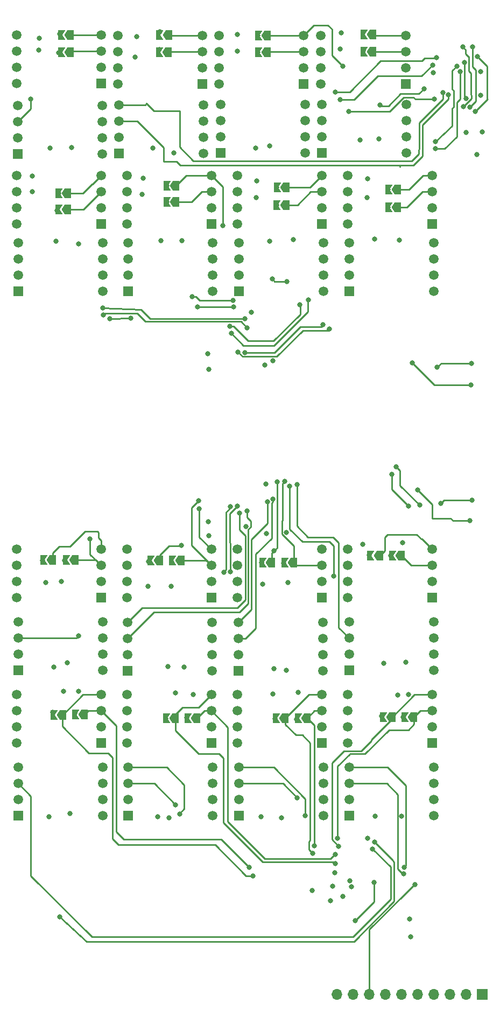
<source format=gbr>
%TF.GenerationSoftware,KiCad,Pcbnew,7.0.1*%
%TF.CreationDate,2024-07-12T18:32:01-07:00*%
%TF.ProjectId,air_foil_pcb,6169725f-666f-4696-9c5f-7063622e6b69,rev?*%
%TF.SameCoordinates,Original*%
%TF.FileFunction,Copper,L4,Bot*%
%TF.FilePolarity,Positive*%
%FSLAX46Y46*%
G04 Gerber Fmt 4.6, Leading zero omitted, Abs format (unit mm)*
G04 Created by KiCad (PCBNEW 7.0.1) date 2024-07-12 18:32:01*
%MOMM*%
%LPD*%
G01*
G04 APERTURE LIST*
G04 Aperture macros list*
%AMFreePoly0*
4,1,6,1.000000,0.000000,0.500000,-0.750000,-0.500000,-0.750000,-0.500000,0.750000,0.500000,0.750000,1.000000,0.000000,1.000000,0.000000,$1*%
%AMFreePoly1*
4,1,6,0.500000,-0.750000,-0.650000,-0.750000,-0.150000,0.000000,-0.650000,0.750000,0.500000,0.750000,0.500000,-0.750000,0.500000,-0.750000,$1*%
G04 Aperture macros list end*
%TA.AperFunction,ComponentPad*%
%ADD10R,1.500000X1.500000*%
%TD*%
%TA.AperFunction,ComponentPad*%
%ADD11C,1.500000*%
%TD*%
%TA.AperFunction,SMDPad,CuDef*%
%ADD12FreePoly0,180.000000*%
%TD*%
%TA.AperFunction,SMDPad,CuDef*%
%ADD13FreePoly1,180.000000*%
%TD*%
%TA.AperFunction,ComponentPad*%
%ADD14O,1.700000X1.700000*%
%TD*%
%TA.AperFunction,ComponentPad*%
%ADD15R,1.700000X1.700000*%
%TD*%
%TA.AperFunction,ViaPad*%
%ADD16C,0.800000*%
%TD*%
%TA.AperFunction,Conductor*%
%ADD17C,0.250000*%
%TD*%
G04 APERTURE END LIST*
D10*
%TO.P,U36,1,GND*%
%TO.N,GND*%
X83328600Y-42709600D03*
D11*
%TO.P,U36,2,VIN*%
%TO.N,+3V3*%
X83328600Y-40169600D03*
%TO.P,U36,3,SDA*%
%TO.N,/D34*%
X83328600Y-37629600D03*
%TO.P,U36,4,SCL*%
%TO.N,/C34*%
X83328600Y-35089600D03*
%TO.P,U36,5,NC*%
%TO.N,unconnected-(U36-NC-Pad5)*%
X70028600Y-35089600D03*
%TO.P,U36,6,NC*%
%TO.N,unconnected-(U36-NC-Pad6)*%
X70028600Y-37629600D03*
%TO.P,U36,7,NC*%
%TO.N,unconnected-(U36-NC-Pad7)*%
X70028600Y-40169600D03*
%TO.P,U36,8,NC*%
%TO.N,unconnected-(U36-NC-Pad8)*%
X70028600Y-42709600D03*
%TD*%
D10*
%TO.P,U35,1,GND*%
%TO.N,GND*%
X35449600Y-42633400D03*
D11*
%TO.P,U35,2,VIN*%
%TO.N,+3V3*%
X35449600Y-40093400D03*
%TO.P,U35,3,SDA*%
%TO.N,/D37*%
X35449600Y-37553400D03*
%TO.P,U35,4,SCL*%
%TO.N,/C37*%
X35449600Y-35013400D03*
%TO.P,U35,5,NC*%
%TO.N,unconnected-(U35-NC-Pad5)*%
X22149600Y-35013400D03*
%TO.P,U35,6,NC*%
%TO.N,unconnected-(U35-NC-Pad6)*%
X22149600Y-37553400D03*
%TO.P,U35,7,NC*%
%TO.N,unconnected-(U35-NC-Pad7)*%
X22149600Y-40093400D03*
%TO.P,U35,8,NC*%
%TO.N,unconnected-(U35-NC-Pad8)*%
X22149600Y-42633400D03*
%TD*%
%TO.P,U34,8,NC*%
%TO.N,unconnected-(U34-NC-Pad8)*%
X38075400Y-42645600D03*
%TO.P,U34,7,NC*%
%TO.N,unconnected-(U34-NC-Pad7)*%
X38075400Y-40105600D03*
%TO.P,U34,6,NC*%
%TO.N,unconnected-(U34-NC-Pad6)*%
X38075400Y-37565600D03*
%TO.P,U34,5,NC*%
%TO.N,unconnected-(U34-NC-Pad5)*%
X38075400Y-35025600D03*
%TO.P,U34,4,SCL*%
%TO.N,/C36*%
X51375400Y-35025600D03*
%TO.P,U34,3,SDA*%
%TO.N,/D36*%
X51375400Y-37565600D03*
%TO.P,U34,2,VIN*%
%TO.N,+3V3*%
X51375400Y-40105600D03*
D10*
%TO.P,U34,1,GND*%
%TO.N,GND*%
X51375400Y-42645600D03*
%TD*%
%TO.P,U33,1,GND*%
%TO.N,GND*%
X67302000Y-42645600D03*
D11*
%TO.P,U33,2,VIN*%
%TO.N,+3V3*%
X67302000Y-40105600D03*
%TO.P,U33,3,SDA*%
%TO.N,/D35*%
X67302000Y-37565600D03*
%TO.P,U33,4,SCL*%
%TO.N,/C35*%
X67302000Y-35025600D03*
%TO.P,U33,5,NC*%
%TO.N,unconnected-(U33-NC-Pad5)*%
X54002000Y-35025600D03*
%TO.P,U33,6,NC*%
%TO.N,unconnected-(U33-NC-Pad6)*%
X54002000Y-37565600D03*
%TO.P,U33,7,NC*%
%TO.N,unconnected-(U33-NC-Pad7)*%
X54002000Y-40105600D03*
%TO.P,U33,8,NC*%
%TO.N,unconnected-(U33-NC-Pad8)*%
X54002000Y-42645600D03*
%TD*%
D10*
%TO.P,U31,1,GND*%
%TO.N,GND*%
X38236600Y-53603350D03*
D11*
%TO.P,U31,2,VIN*%
%TO.N,+3V3*%
X38236600Y-51063350D03*
%TO.P,U31,3,SDA*%
%TO.N,/D32*%
X38236600Y-48523350D03*
%TO.P,U31,4,SCL*%
%TO.N,/C32*%
X38236600Y-45983350D03*
%TO.P,U31,5,NC*%
%TO.N,unconnected-(U31-NC-Pad5)*%
X51536600Y-45983350D03*
%TO.P,U31,6,NC*%
%TO.N,unconnected-(U31-NC-Pad6)*%
X51536600Y-48523350D03*
%TO.P,U31,7,NC*%
%TO.N,unconnected-(U31-NC-Pad7)*%
X51536600Y-51063350D03*
%TO.P,U31,8,NC*%
%TO.N,unconnected-(U31-NC-Pad8)*%
X51536600Y-53603350D03*
%TD*%
D10*
%TO.P,U30,1,GND*%
%TO.N,GND*%
X54203600Y-53543200D03*
D11*
%TO.P,U30,2,VIN*%
%TO.N,+3V3*%
X54203600Y-51003200D03*
%TO.P,U30,3,SDA*%
%TO.N,/D31*%
X54203600Y-48463200D03*
%TO.P,U30,4,SCL*%
%TO.N,/C31*%
X54203600Y-45923200D03*
%TO.P,U30,5,NC*%
%TO.N,unconnected-(U30-NC-Pad5)*%
X67503600Y-45923200D03*
%TO.P,U30,6,NC*%
%TO.N,unconnected-(U30-NC-Pad6)*%
X67503600Y-48463200D03*
%TO.P,U30,7,NC*%
%TO.N,unconnected-(U30-NC-Pad7)*%
X67503600Y-51003200D03*
%TO.P,U30,8,NC*%
%TO.N,unconnected-(U30-NC-Pad8)*%
X67503600Y-53543200D03*
%TD*%
D10*
%TO.P,U29,1,GND*%
%TO.N,GND*%
X70184200Y-53533350D03*
D11*
%TO.P,U29,2,VIN*%
%TO.N,+3V3*%
X70184200Y-50993350D03*
%TO.P,U29,3,SDA*%
%TO.N,/D30*%
X70184200Y-48453350D03*
%TO.P,U29,4,SCL*%
%TO.N,/C30*%
X70184200Y-45913350D03*
%TO.P,U29,5,NC*%
%TO.N,unconnected-(U29-NC-Pad5)*%
X83484200Y-45913350D03*
%TO.P,U29,6,NC*%
%TO.N,unconnected-(U29-NC-Pad6)*%
X83484200Y-48453350D03*
%TO.P,U29,7,NC*%
%TO.N,unconnected-(U29-NC-Pad7)*%
X83484200Y-50993350D03*
%TO.P,U29,8,NC*%
%TO.N,unconnected-(U29-NC-Pad8)*%
X83484200Y-53533350D03*
%TD*%
D10*
%TO.P,U28,1,GND*%
%TO.N,GND*%
X22326600Y-53670200D03*
D11*
%TO.P,U28,2,VIN*%
%TO.N,+3V3*%
X22326600Y-51130200D03*
%TO.P,U28,3,SDA*%
%TO.N,/D33*%
X22326600Y-48590200D03*
%TO.P,U28,4,SCL*%
%TO.N,/C33*%
X22326600Y-46050200D03*
%TO.P,U28,5,NC*%
%TO.N,unconnected-(U28-NC-Pad5)*%
X35626600Y-46050200D03*
%TO.P,U28,6,NC*%
%TO.N,unconnected-(U28-NC-Pad6)*%
X35626600Y-48590200D03*
%TO.P,U28,7,NC*%
%TO.N,unconnected-(U28-NC-Pad7)*%
X35626600Y-51130200D03*
%TO.P,U28,8,NC*%
%TO.N,unconnected-(U28-NC-Pad8)*%
X35626600Y-53670200D03*
%TD*%
D10*
%TO.P,U27,1,GND*%
%TO.N,GND*%
X87540600Y-64686800D03*
D11*
%TO.P,U27,2,VIN*%
%TO.N,+3V3*%
X87540600Y-62146800D03*
%TO.P,U27,3,SDA*%
%TO.N,/D24*%
X87540600Y-59606800D03*
%TO.P,U27,4,SCL*%
%TO.N,/C24*%
X87540600Y-57066800D03*
%TO.P,U27,5,NC*%
%TO.N,unconnected-(U27-NC-Pad5)*%
X74240600Y-57066800D03*
%TO.P,U27,6,NC*%
%TO.N,unconnected-(U27-NC-Pad6)*%
X74240600Y-59606800D03*
%TO.P,U27,7,NC*%
%TO.N,unconnected-(U27-NC-Pad7)*%
X74240600Y-62146800D03*
%TO.P,U27,8,NC*%
%TO.N,unconnected-(U27-NC-Pad8)*%
X74240600Y-64686800D03*
%TD*%
%TO.P,U26,8,NC*%
%TO.N,unconnected-(U26-NC-Pad8)*%
X22177400Y-64686800D03*
%TO.P,U26,7,NC*%
%TO.N,unconnected-(U26-NC-Pad7)*%
X22177400Y-62146800D03*
%TO.P,U26,6,NC*%
%TO.N,unconnected-(U26-NC-Pad6)*%
X22177400Y-59606800D03*
%TO.P,U26,5,NC*%
%TO.N,unconnected-(U26-NC-Pad5)*%
X22177400Y-57066800D03*
%TO.P,U26,4,SCL*%
%TO.N,/C27*%
X35477400Y-57066800D03*
%TO.P,U26,3,SDA*%
%TO.N,/D27*%
X35477400Y-59606800D03*
%TO.P,U26,2,VIN*%
%TO.N,+3V3*%
X35477400Y-62146800D03*
D10*
%TO.P,U26,1,GND*%
%TO.N,GND*%
X35477400Y-64686800D03*
%TD*%
D11*
%TO.P,U25,8,NC*%
%TO.N,unconnected-(U25-NC-Pad8)*%
X39469200Y-64680600D03*
%TO.P,U25,7,NC*%
%TO.N,unconnected-(U25-NC-Pad7)*%
X39469200Y-62140600D03*
%TO.P,U25,6,NC*%
%TO.N,unconnected-(U25-NC-Pad6)*%
X39469200Y-59600600D03*
%TO.P,U25,5,NC*%
%TO.N,unconnected-(U25-NC-Pad5)*%
X39469200Y-57060600D03*
%TO.P,U25,4,SCL*%
%TO.N,/C26*%
X52769200Y-57060600D03*
%TO.P,U25,3,SDA*%
%TO.N,/D26*%
X52769200Y-59600600D03*
%TO.P,U25,2,VIN*%
%TO.N,+3V3*%
X52769200Y-62140600D03*
D10*
%TO.P,U25,1,GND*%
%TO.N,GND*%
X52769200Y-64680600D03*
%TD*%
%TO.P,U24,1,GND*%
%TO.N,GND*%
X70186200Y-64686800D03*
D11*
%TO.P,U24,2,VIN*%
%TO.N,+3V3*%
X70186200Y-62146800D03*
%TO.P,U24,3,SDA*%
%TO.N,/D25*%
X70186200Y-59606800D03*
%TO.P,U24,4,SCL*%
%TO.N,/C25*%
X70186200Y-57066800D03*
%TO.P,U24,5,NC*%
%TO.N,unconnected-(U24-NC-Pad5)*%
X56886200Y-57066800D03*
%TO.P,U24,6,NC*%
%TO.N,unconnected-(U24-NC-Pad6)*%
X56886200Y-59606800D03*
%TO.P,U24,7,NC*%
%TO.N,unconnected-(U24-NC-Pad7)*%
X56886200Y-62146800D03*
%TO.P,U24,8,NC*%
%TO.N,unconnected-(U24-NC-Pad8)*%
X56886200Y-64686800D03*
%TD*%
D10*
%TO.P,U22,1,GND*%
%TO.N,GND*%
X39669200Y-75253200D03*
D11*
%TO.P,U22,2,VIN*%
%TO.N,+3V3*%
X39669200Y-72713200D03*
%TO.P,U22,3,SDA*%
%TO.N,/D22*%
X39669200Y-70173200D03*
%TO.P,U22,4,SCL*%
%TO.N,/C22*%
X39669200Y-67633200D03*
%TO.P,U22,5,NC*%
%TO.N,unconnected-(U22-NC-Pad5)*%
X52969200Y-67633200D03*
%TO.P,U22,6,NC*%
%TO.N,unconnected-(U22-NC-Pad6)*%
X52969200Y-70173200D03*
%TO.P,U22,7,NC*%
%TO.N,unconnected-(U22-NC-Pad7)*%
X52969200Y-72713200D03*
%TO.P,U22,8,NC*%
%TO.N,unconnected-(U22-NC-Pad8)*%
X52969200Y-75253200D03*
%TD*%
D10*
%TO.P,U21,1,GND*%
%TO.N,GND*%
X57086200Y-75253200D03*
D11*
%TO.P,U21,2,VIN*%
%TO.N,+3V3*%
X57086200Y-72713200D03*
%TO.P,U21,3,SDA*%
%TO.N,/D21*%
X57086200Y-70173200D03*
%TO.P,U21,4,SCL*%
%TO.N,/C21*%
X57086200Y-67633200D03*
%TO.P,U21,5,NC*%
%TO.N,unconnected-(U21-NC-Pad5)*%
X70386200Y-67633200D03*
%TO.P,U21,6,NC*%
%TO.N,unconnected-(U21-NC-Pad6)*%
X70386200Y-70173200D03*
%TO.P,U21,7,NC*%
%TO.N,unconnected-(U21-NC-Pad7)*%
X70386200Y-72713200D03*
%TO.P,U21,8,NC*%
%TO.N,unconnected-(U21-NC-Pad8)*%
X70386200Y-75253200D03*
%TD*%
D10*
%TO.P,U20,1,GND*%
%TO.N,GND*%
X74440600Y-75253200D03*
D11*
%TO.P,U20,2,VIN*%
%TO.N,+3V3*%
X74440600Y-72713200D03*
%TO.P,U20,3,SDA*%
%TO.N,/D20*%
X74440600Y-70173200D03*
%TO.P,U20,4,SCL*%
%TO.N,/C20*%
X74440600Y-67633200D03*
%TO.P,U20,5,NC*%
%TO.N,unconnected-(U20-NC-Pad5)*%
X87740600Y-67633200D03*
%TO.P,U20,6,NC*%
%TO.N,unconnected-(U20-NC-Pad6)*%
X87740600Y-70173200D03*
%TO.P,U20,7,NC*%
%TO.N,unconnected-(U20-NC-Pad7)*%
X87740600Y-72713200D03*
%TO.P,U20,8,NC*%
%TO.N,unconnected-(U20-NC-Pad8)*%
X87740600Y-75253200D03*
%TD*%
D10*
%TO.P,U19,1,GND*%
%TO.N,GND*%
X22377400Y-75253200D03*
D11*
%TO.P,U19,2,VIN*%
%TO.N,+3V3*%
X22377400Y-72713200D03*
%TO.P,U19,3,SDA*%
%TO.N,/D23*%
X22377400Y-70173200D03*
%TO.P,U19,4,SCL*%
%TO.N,/C23*%
X22377400Y-67633200D03*
%TO.P,U19,5,NC*%
%TO.N,unconnected-(U19-NC-Pad5)*%
X35677400Y-67633200D03*
%TO.P,U19,6,NC*%
%TO.N,unconnected-(U19-NC-Pad6)*%
X35677400Y-70173200D03*
%TO.P,U19,7,NC*%
%TO.N,unconnected-(U19-NC-Pad7)*%
X35677400Y-72713200D03*
%TO.P,U19,8,NC*%
%TO.N,unconnected-(U19-NC-Pad8)*%
X35677400Y-75253200D03*
%TD*%
D10*
%TO.P,U18,1,GND*%
%TO.N,GND*%
X87540600Y-123494800D03*
D11*
%TO.P,U18,2,VIN*%
%TO.N,+3V3*%
X87540600Y-120954800D03*
%TO.P,U18,3,SDA*%
%TO.N,/D14*%
X87540600Y-118414800D03*
%TO.P,U18,4,SCL*%
%TO.N,/C14*%
X87540600Y-115874800D03*
%TO.P,U18,5,NC*%
%TO.N,unconnected-(U18-NC-Pad5)*%
X74240600Y-115874800D03*
%TO.P,U18,6,NC*%
%TO.N,unconnected-(U18-NC-Pad6)*%
X74240600Y-118414800D03*
%TO.P,U18,7,NC*%
%TO.N,unconnected-(U18-NC-Pad7)*%
X74240600Y-120954800D03*
%TO.P,U18,8,NC*%
%TO.N,unconnected-(U18-NC-Pad8)*%
X74240600Y-123494800D03*
%TD*%
D10*
%TO.P,U17,1,GND*%
%TO.N,GND*%
X35477400Y-123494800D03*
D11*
%TO.P,U17,2,VIN*%
%TO.N,+3V3*%
X35477400Y-120954800D03*
%TO.P,U17,3,SDA*%
%TO.N,/D17*%
X35477400Y-118414800D03*
%TO.P,U17,4,SCL*%
%TO.N,/C17*%
X35477400Y-115874800D03*
%TO.P,U17,5,NC*%
%TO.N,unconnected-(U17-NC-Pad5)*%
X22177400Y-115874800D03*
%TO.P,U17,6,NC*%
%TO.N,unconnected-(U17-NC-Pad6)*%
X22177400Y-118414800D03*
%TO.P,U17,7,NC*%
%TO.N,unconnected-(U17-NC-Pad7)*%
X22177400Y-120954800D03*
%TO.P,U17,8,NC*%
%TO.N,unconnected-(U17-NC-Pad8)*%
X22177400Y-123494800D03*
%TD*%
%TO.P,U16,8,NC*%
%TO.N,unconnected-(U16-NC-Pad8)*%
X39469200Y-123494800D03*
%TO.P,U16,7,NC*%
%TO.N,unconnected-(U16-NC-Pad7)*%
X39469200Y-120954800D03*
%TO.P,U16,6,NC*%
%TO.N,unconnected-(U16-NC-Pad6)*%
X39469200Y-118414800D03*
%TO.P,U16,5,NC*%
%TO.N,unconnected-(U16-NC-Pad5)*%
X39469200Y-115874800D03*
%TO.P,U16,4,SCL*%
%TO.N,/C16*%
X52769200Y-115874800D03*
%TO.P,U16,3,SDA*%
%TO.N,/D16*%
X52769200Y-118414800D03*
%TO.P,U16,2,VIN*%
%TO.N,+3V3*%
X52769200Y-120954800D03*
D10*
%TO.P,U16,1,GND*%
%TO.N,GND*%
X52769200Y-123494800D03*
%TD*%
%TO.P,U15,1,GND*%
%TO.N,GND*%
X70186200Y-123494800D03*
D11*
%TO.P,U15,2,VIN*%
%TO.N,+3V3*%
X70186200Y-120954800D03*
%TO.P,U15,3,SDA*%
%TO.N,/D15*%
X70186200Y-118414800D03*
%TO.P,U15,4,SCL*%
%TO.N,/C15*%
X70186200Y-115874800D03*
%TO.P,U15,5,NC*%
%TO.N,unconnected-(U15-NC-Pad5)*%
X56886200Y-115874800D03*
%TO.P,U15,6,NC*%
%TO.N,unconnected-(U15-NC-Pad6)*%
X56886200Y-118414800D03*
%TO.P,U15,7,NC*%
%TO.N,unconnected-(U15-NC-Pad7)*%
X56886200Y-120954800D03*
%TO.P,U15,8,NC*%
%TO.N,unconnected-(U15-NC-Pad8)*%
X56886200Y-123494800D03*
%TD*%
D10*
%TO.P,U13,1,GND*%
%TO.N,GND*%
X39557400Y-134975600D03*
D11*
%TO.P,U13,2,VIN*%
%TO.N,+3V3*%
X39557400Y-132435600D03*
%TO.P,U13,3,SDA*%
%TO.N,/D12*%
X39557400Y-129895600D03*
%TO.P,U13,4,SCL*%
%TO.N,/C12*%
X39557400Y-127355600D03*
%TO.P,U13,5,NC*%
%TO.N,unconnected-(U13-NC-Pad5)*%
X52857400Y-127355600D03*
%TO.P,U13,6,NC*%
%TO.N,unconnected-(U13-NC-Pad6)*%
X52857400Y-129895600D03*
%TO.P,U13,7,NC*%
%TO.N,unconnected-(U13-NC-Pad7)*%
X52857400Y-132435600D03*
%TO.P,U13,8,NC*%
%TO.N,unconnected-(U13-NC-Pad8)*%
X52857400Y-134975600D03*
%TD*%
D10*
%TO.P,U12,1,GND*%
%TO.N,GND*%
X57001600Y-134965750D03*
D11*
%TO.P,U12,2,VIN*%
%TO.N,+3V3*%
X57001600Y-132425750D03*
%TO.P,U12,3,SDA*%
%TO.N,/D11*%
X57001600Y-129885750D03*
%TO.P,U12,4,SCL*%
%TO.N,/C11*%
X57001600Y-127345750D03*
%TO.P,U12,5,NC*%
%TO.N,unconnected-(U12-NC-Pad5)*%
X70301600Y-127345750D03*
%TO.P,U12,6,NC*%
%TO.N,unconnected-(U12-NC-Pad6)*%
X70301600Y-129885750D03*
%TO.P,U12,7,NC*%
%TO.N,unconnected-(U12-NC-Pad7)*%
X70301600Y-132425750D03*
%TO.P,U12,8,NC*%
%TO.N,unconnected-(U12-NC-Pad8)*%
X70301600Y-134965750D03*
%TD*%
%TO.P,U11,8,NC*%
%TO.N,unconnected-(U11-NC-Pad8)*%
X87740600Y-134924800D03*
%TO.P,U11,7,NC*%
%TO.N,unconnected-(U11-NC-Pad7)*%
X87740600Y-132384800D03*
%TO.P,U11,6,NC*%
%TO.N,unconnected-(U11-NC-Pad6)*%
X87740600Y-129844800D03*
%TO.P,U11,5,NC*%
%TO.N,unconnected-(U11-NC-Pad5)*%
X87740600Y-127304800D03*
%TO.P,U11,4,SCL*%
%TO.N,/C10*%
X74440600Y-127304800D03*
%TO.P,U11,3,SDA*%
%TO.N,/D10*%
X74440600Y-129844800D03*
%TO.P,U11,2,VIN*%
%TO.N,+3V3*%
X74440600Y-132384800D03*
D10*
%TO.P,U11,1,GND*%
%TO.N,GND*%
X74440600Y-134924800D03*
%TD*%
%TO.P,U10,1,GND*%
%TO.N,GND*%
X22377400Y-134924800D03*
D11*
%TO.P,U10,2,VIN*%
%TO.N,+3V3*%
X22377400Y-132384800D03*
%TO.P,U10,3,SDA*%
%TO.N,/D13*%
X22377400Y-129844800D03*
%TO.P,U10,4,SCL*%
%TO.N,/C13*%
X22377400Y-127304800D03*
%TO.P,U10,5,NC*%
%TO.N,unconnected-(U10-NC-Pad5)*%
X35677400Y-127304800D03*
%TO.P,U10,6,NC*%
%TO.N,unconnected-(U10-NC-Pad6)*%
X35677400Y-129844800D03*
%TO.P,U10,7,NC*%
%TO.N,unconnected-(U10-NC-Pad7)*%
X35677400Y-132384800D03*
%TO.P,U10,8,NC*%
%TO.N,unconnected-(U10-NC-Pad8)*%
X35677400Y-134924800D03*
%TD*%
D10*
%TO.P,U9,1,GND*%
%TO.N,GND*%
X35477400Y-146354800D03*
D11*
%TO.P,U9,2,VIN*%
%TO.N,+3V3*%
X35477400Y-143814800D03*
%TO.P,U9,3,SDA*%
%TO.N,/D07*%
X35477400Y-141274800D03*
%TO.P,U9,4,SCL*%
%TO.N,/C07*%
X35477400Y-138734800D03*
%TO.P,U9,5,NC*%
%TO.N,unconnected-(U9-NC-Pad5)*%
X22177400Y-138734800D03*
%TO.P,U9,6,NC*%
%TO.N,unconnected-(U9-NC-Pad6)*%
X22177400Y-141274800D03*
%TO.P,U9,7,NC*%
%TO.N,unconnected-(U9-NC-Pad7)*%
X22177400Y-143814800D03*
%TO.P,U9,8,NC*%
%TO.N,unconnected-(U9-NC-Pad8)*%
X22177400Y-146354800D03*
%TD*%
D10*
%TO.P,U8,1,GND*%
%TO.N,GND*%
X52769200Y-146354800D03*
D11*
%TO.P,U8,2,VIN*%
%TO.N,+3V3*%
X52769200Y-143814800D03*
%TO.P,U8,3,SDA*%
%TO.N,/D06*%
X52769200Y-141274800D03*
%TO.P,U8,4,SCL*%
%TO.N,/C06*%
X52769200Y-138734800D03*
%TO.P,U8,5,NC*%
%TO.N,unconnected-(U8-NC-Pad5)*%
X39469200Y-138734800D03*
%TO.P,U8,6,NC*%
%TO.N,unconnected-(U8-NC-Pad6)*%
X39469200Y-141274800D03*
%TO.P,U8,7,NC*%
%TO.N,unconnected-(U8-NC-Pad7)*%
X39469200Y-143814800D03*
%TO.P,U8,8,NC*%
%TO.N,unconnected-(U8-NC-Pad8)*%
X39469200Y-146354800D03*
%TD*%
D10*
%TO.P,U7,1,GND*%
%TO.N,GND*%
X70186200Y-146354800D03*
D11*
%TO.P,U7,2,VIN*%
%TO.N,+3V3*%
X70186200Y-143814800D03*
%TO.P,U7,3,SDA*%
%TO.N,/D05*%
X70186200Y-141274800D03*
%TO.P,U7,4,SCL*%
%TO.N,/C05*%
X70186200Y-138734800D03*
%TO.P,U7,5,NC*%
%TO.N,unconnected-(U7-NC-Pad5)*%
X56886200Y-138734800D03*
%TO.P,U7,6,NC*%
%TO.N,unconnected-(U7-NC-Pad6)*%
X56886200Y-141274800D03*
%TO.P,U7,7,NC*%
%TO.N,unconnected-(U7-NC-Pad7)*%
X56886200Y-143814800D03*
%TO.P,U7,8,NC*%
%TO.N,unconnected-(U7-NC-Pad8)*%
X56886200Y-146354800D03*
%TD*%
D10*
%TO.P,U6,1,GND*%
%TO.N,GND*%
X87540600Y-146354800D03*
D11*
%TO.P,U6,2,VIN*%
%TO.N,+3V3*%
X87540600Y-143814800D03*
%TO.P,U6,3,SDA*%
%TO.N,/D04*%
X87540600Y-141274800D03*
%TO.P,U6,4,SCL*%
%TO.N,/C04*%
X87540600Y-138734800D03*
%TO.P,U6,5,NC*%
%TO.N,unconnected-(U6-NC-Pad5)*%
X74240600Y-138734800D03*
%TO.P,U6,6,NC*%
%TO.N,unconnected-(U6-NC-Pad6)*%
X74240600Y-141274800D03*
%TO.P,U6,7,NC*%
%TO.N,unconnected-(U6-NC-Pad7)*%
X74240600Y-143814800D03*
%TO.P,U6,8,NC*%
%TO.N,unconnected-(U6-NC-Pad8)*%
X74240600Y-146354800D03*
%TD*%
D10*
%TO.P,U5,1,GND*%
%TO.N,GND*%
X22377400Y-157784800D03*
D11*
%TO.P,U5,2,VIN*%
%TO.N,+3V3*%
X22377400Y-155244800D03*
%TO.P,U5,3,SDA*%
%TO.N,/D03*%
X22377400Y-152704800D03*
%TO.P,U5,4,SCL*%
%TO.N,/C03*%
X22377400Y-150164800D03*
%TO.P,U5,5,NC*%
%TO.N,unconnected-(U5-NC-Pad5)*%
X35677400Y-150164800D03*
%TO.P,U5,6,NC*%
%TO.N,unconnected-(U5-NC-Pad6)*%
X35677400Y-152704800D03*
%TO.P,U5,7,NC*%
%TO.N,unconnected-(U5-NC-Pad7)*%
X35677400Y-155244800D03*
%TO.P,U5,8,NC*%
%TO.N,unconnected-(U5-NC-Pad8)*%
X35677400Y-157784800D03*
%TD*%
D10*
%TO.P,U4,1,GND*%
%TO.N,GND*%
X39669200Y-157784800D03*
D11*
%TO.P,U4,2,VIN*%
%TO.N,+3V3*%
X39669200Y-155244800D03*
%TO.P,U4,3,SDA*%
%TO.N,/D02*%
X39669200Y-152704800D03*
%TO.P,U4,4,SCL*%
%TO.N,/C02*%
X39669200Y-150164800D03*
%TO.P,U4,5,NC*%
%TO.N,unconnected-(U4-NC-Pad5)*%
X52969200Y-150164800D03*
%TO.P,U4,6,NC*%
%TO.N,unconnected-(U4-NC-Pad6)*%
X52969200Y-152704800D03*
%TO.P,U4,7,NC*%
%TO.N,unconnected-(U4-NC-Pad7)*%
X52969200Y-155244800D03*
%TO.P,U4,8,NC*%
%TO.N,unconnected-(U4-NC-Pad8)*%
X52969200Y-157784800D03*
%TD*%
D10*
%TO.P,U3,1,GND*%
%TO.N,GND*%
X57086200Y-157784800D03*
D11*
%TO.P,U3,2,VIN*%
%TO.N,+3V3*%
X57086200Y-155244800D03*
%TO.P,U3,3,SDA*%
%TO.N,/D01*%
X57086200Y-152704800D03*
%TO.P,U3,4,SCL*%
%TO.N,/C01*%
X57086200Y-150164800D03*
%TO.P,U3,5,NC*%
%TO.N,unconnected-(U3-NC-Pad5)*%
X70386200Y-150164800D03*
%TO.P,U3,6,NC*%
%TO.N,unconnected-(U3-NC-Pad6)*%
X70386200Y-152704800D03*
%TO.P,U3,7,NC*%
%TO.N,unconnected-(U3-NC-Pad7)*%
X70386200Y-155244800D03*
%TO.P,U3,8,NC*%
%TO.N,unconnected-(U3-NC-Pad8)*%
X70386200Y-157784800D03*
%TD*%
D10*
%TO.P,U2,1,GND*%
%TO.N,GND*%
X74440600Y-157784800D03*
D11*
%TO.P,U2,2,VIN*%
%TO.N,+3V3*%
X74440600Y-155244800D03*
%TO.P,U2,3,SDA*%
%TO.N,/D00*%
X74440600Y-152704800D03*
%TO.P,U2,4,SCL*%
%TO.N,/C00*%
X74440600Y-150164800D03*
%TO.P,U2,5,NC*%
%TO.N,unconnected-(U2-NC-Pad5)*%
X87740600Y-150164800D03*
%TO.P,U2,6,NC*%
%TO.N,unconnected-(U2-NC-Pad6)*%
X87740600Y-152704800D03*
%TO.P,U2,7,NC*%
%TO.N,unconnected-(U2-NC-Pad7)*%
X87740600Y-155244800D03*
%TO.P,U2,8,NC*%
%TO.N,unconnected-(U2-NC-Pad8)*%
X87740600Y-157784800D03*
%TD*%
D12*
%TO.P,JP70,1,A*%
%TO.N,/C34*%
X78169600Y-34925000D03*
D13*
%TO.P,JP70,2,B*%
%TO.N,Net-(JP70-B)*%
X76719600Y-34925000D03*
%TD*%
D12*
%TO.P,JP69,1,A*%
%TO.N,/C37*%
X30607000Y-35001200D03*
D13*
%TO.P,JP69,2,B*%
%TO.N,Net-(JP69-B)*%
X29157000Y-35001200D03*
%TD*%
D12*
%TO.P,JP68,1,A*%
%TO.N,/C36*%
X46075600Y-34975800D03*
D13*
%TO.P,JP68,2,B*%
%TO.N,Net-(JP68-B)*%
X44625600Y-34975800D03*
%TD*%
D12*
%TO.P,JP67,1,A*%
%TO.N,/C35*%
X61620400Y-35026600D03*
D13*
%TO.P,JP67,2,B*%
%TO.N,Net-(JP67-B)*%
X60170400Y-35026600D03*
%TD*%
D12*
%TO.P,JP66,1,A*%
%TO.N,/D34*%
X78181200Y-37566600D03*
D13*
%TO.P,JP66,2,B*%
%TO.N,Net-(JP66-B)*%
X76731200Y-37566600D03*
%TD*%
D12*
%TO.P,JP65,1,A*%
%TO.N,/D37*%
X30632400Y-37668200D03*
D13*
%TO.P,JP65,2,B*%
%TO.N,Net-(JP65-B)*%
X29182400Y-37668200D03*
%TD*%
D12*
%TO.P,JP64,1,A*%
%TO.N,/D36*%
X46064000Y-37719000D03*
D13*
%TO.P,JP64,2,B*%
%TO.N,Net-(JP64-B)*%
X44614000Y-37719000D03*
%TD*%
D12*
%TO.P,JP63,1,A*%
%TO.N,/D35*%
X61622600Y-37719000D03*
D13*
%TO.P,JP63,2,B*%
%TO.N,Net-(JP63-B)*%
X60172600Y-37719000D03*
%TD*%
D12*
%TO.P,JP54,1,A*%
%TO.N,/C24*%
X82067400Y-59283600D03*
D13*
%TO.P,JP54,2,B*%
%TO.N,Net-(JP54-B)*%
X80617400Y-59283600D03*
%TD*%
D12*
%TO.P,JP53,1,A*%
%TO.N,/C27*%
X30226000Y-59867800D03*
D13*
%TO.P,JP53,2,B*%
%TO.N,Net-(JP53-B)*%
X28776000Y-59867800D03*
%TD*%
D12*
%TO.P,JP52,1,A*%
%TO.N,/C26*%
X47246200Y-58648600D03*
D13*
%TO.P,JP52,2,B*%
%TO.N,Net-(JP52-B)*%
X45796200Y-58648600D03*
%TD*%
D12*
%TO.P,JP51,1,A*%
%TO.N,/C25*%
X64555200Y-58953400D03*
D13*
%TO.P,JP51,2,B*%
%TO.N,Net-(JP51-B)*%
X63105200Y-58953400D03*
%TD*%
D12*
%TO.P,JP50,1,A*%
%TO.N,/D24*%
X82067400Y-62052200D03*
D13*
%TO.P,JP50,2,B*%
%TO.N,Net-(JP50-B)*%
X80617400Y-62052200D03*
%TD*%
D12*
%TO.P,JP49,1,A*%
%TO.N,/D27*%
X30200600Y-62433200D03*
D13*
%TO.P,JP49,2,B*%
%TO.N,Net-(JP49-B)*%
X28750600Y-62433200D03*
%TD*%
D12*
%TO.P,JP48,1,A*%
%TO.N,/D26*%
X47244000Y-61214000D03*
D13*
%TO.P,JP48,2,B*%
%TO.N,Net-(JP48-B)*%
X45794000Y-61214000D03*
%TD*%
D12*
%TO.P,JP47,1,A*%
%TO.N,/D25*%
X64529800Y-61696600D03*
D13*
%TO.P,JP47,2,B*%
%TO.N,Net-(JP47-B)*%
X63079800Y-61696600D03*
%TD*%
%TO.P,JP38,2,B*%
%TO.N,Net-(JP38-B)*%
X77814000Y-116890800D03*
D12*
%TO.P,JP38,1,A*%
%TO.N,/C14*%
X79264000Y-116890800D03*
%TD*%
D13*
%TO.P,JP37,2,B*%
%TO.N,Net-(JP37-B)*%
X26365200Y-117500400D03*
D12*
%TO.P,JP37,1,A*%
%TO.N,/C17*%
X27815200Y-117500400D03*
%TD*%
D13*
%TO.P,JP36,2,B*%
%TO.N,Net-(JP36-B)*%
X43203200Y-117652800D03*
D12*
%TO.P,JP36,1,A*%
%TO.N,/C16*%
X44653200Y-117652800D03*
%TD*%
D13*
%TO.P,JP35,2,B*%
%TO.N,Net-(JP35-B)*%
X60870000Y-117944200D03*
D12*
%TO.P,JP35,1,A*%
%TO.N,/C15*%
X62320000Y-117944200D03*
%TD*%
D13*
%TO.P,JP34,2,B*%
%TO.N,Net-(JP34-B)*%
X81229200Y-116890800D03*
D12*
%TO.P,JP34,1,A*%
%TO.N,/D14*%
X82679200Y-116890800D03*
%TD*%
D13*
%TO.P,JP33,2,B*%
%TO.N,Net-(JP33-B)*%
X29907400Y-117551200D03*
D12*
%TO.P,JP33,1,A*%
%TO.N,/D17*%
X31357400Y-117551200D03*
%TD*%
D13*
%TO.P,JP32,2,B*%
%TO.N,Net-(JP32-B)*%
X46630000Y-117621400D03*
D12*
%TO.P,JP32,1,A*%
%TO.N,/D16*%
X48080000Y-117621400D03*
%TD*%
D13*
%TO.P,JP31,2,B*%
%TO.N,Net-(JP31-B)*%
X64273600Y-117957600D03*
D12*
%TO.P,JP31,1,A*%
%TO.N,/D15*%
X65723600Y-117957600D03*
%TD*%
%TO.P,JP22,1,A*%
%TO.N,/C07*%
X29408800Y-141873800D03*
D13*
%TO.P,JP22,2,B*%
%TO.N,Net-(JP22-B)*%
X27958800Y-141873800D03*
%TD*%
D12*
%TO.P,JP21,1,A*%
%TO.N,/D07*%
X32844400Y-141859000D03*
D13*
%TO.P,JP21,2,B*%
%TO.N,Net-(JP21-B)*%
X31394400Y-141859000D03*
%TD*%
D12*
%TO.P,JP20,1,A*%
%TO.N,/C06*%
X47144600Y-142443200D03*
D13*
%TO.P,JP20,2,B*%
%TO.N,Net-(JP20-B)*%
X45694600Y-142443200D03*
%TD*%
D12*
%TO.P,JP19,1,A*%
%TO.N,/D06*%
X50522800Y-142417800D03*
D13*
%TO.P,JP19,2,B*%
%TO.N,Net-(JP19-B)*%
X49072800Y-142417800D03*
%TD*%
D12*
%TO.P,JP18,1,A*%
%TO.N,/C05*%
X64439800Y-142417800D03*
D13*
%TO.P,JP18,2,B*%
%TO.N,Net-(JP18-B)*%
X62989800Y-142417800D03*
%TD*%
D12*
%TO.P,JP17,1,A*%
%TO.N,/D05*%
X67845600Y-142392400D03*
D13*
%TO.P,JP17,2,B*%
%TO.N,Net-(JP17-B)*%
X66395600Y-142392400D03*
%TD*%
D12*
%TO.P,JP16,1,A*%
%TO.N,/C04*%
X81229200Y-142214600D03*
D13*
%TO.P,JP16,2,B*%
%TO.N,Net-(JP16-B)*%
X79779200Y-142214600D03*
%TD*%
D12*
%TO.P,JP15,1,A*%
%TO.N,/D04*%
X84672000Y-142214600D03*
D13*
%TO.P,JP15,2,B*%
%TO.N,Net-(JP15-B)*%
X83222000Y-142214600D03*
%TD*%
D14*
%TO.P,J5,10,Pin_10*%
%TO.N,GND*%
X72567800Y-185826400D03*
%TO.P,J5,9,Pin_9*%
X75107800Y-185826400D03*
%TO.P,J5,8,Pin_8*%
%TO.N,/SCL*%
X77647800Y-185826400D03*
%TO.P,J5,7,Pin_7*%
%TO.N,/SDA*%
X80187800Y-185826400D03*
%TO.P,J5,6,Pin_6*%
%TO.N,/RES_0*%
X82727800Y-185826400D03*
%TO.P,J5,5,Pin_5*%
%TO.N,/RES_1*%
X85267800Y-185826400D03*
%TO.P,J5,4,Pin_4*%
%TO.N,/RES_2*%
X87807800Y-185826400D03*
%TO.P,J5,3,Pin_3*%
%TO.N,/RES_3*%
X90347800Y-185826400D03*
%TO.P,J5,2,Pin_2*%
%TO.N,+3V3*%
X92887800Y-185826400D03*
D15*
%TO.P,J5,1,Pin_1*%
X95427800Y-185826400D03*
%TD*%
D16*
%TO.N,GND*%
X94538800Y-53797200D03*
%TO.N,/D31*%
X88061800Y-52882800D03*
%TO.N,/C31*%
X88061800Y-51739800D03*
X91414600Y-39852600D03*
%TO.N,/D31*%
X91948000Y-40716200D03*
%TO.N,/C32*%
X89179400Y-44043600D03*
%TO.N,/D32*%
X90043000Y-44348400D03*
%TO.N,/D33*%
X24333200Y-45085000D03*
%TO.N,/C33*%
X73075800Y-45161200D03*
%TO.N,/D33*%
X72313800Y-43916600D03*
%TO.N,/C33*%
X87579200Y-39725600D03*
%TO.N,/D33*%
X88163400Y-38506400D03*
%TO.N,/C36*%
X92354400Y-36880800D03*
%TO.N,/D37*%
X93853000Y-36830000D03*
%TO.N,/C37*%
X94615000Y-38328600D03*
%TO.N,/D36*%
X92618900Y-39293800D03*
%TO.N,/C36*%
X92443300Y-46215300D03*
%TO.N,/D37*%
X93446600Y-46355000D03*
%TO.N,/C37*%
X94259400Y-47040800D03*
%TO.N,/D36*%
X92839911Y-44935511D03*
%TO.N,/C30*%
X79273400Y-45974000D03*
%TO.N,/D30*%
X74396600Y-46990000D03*
X87858600Y-45085000D03*
%TO.N,/C30*%
X86207600Y-43434000D03*
%TO.N,/C35*%
X73456800Y-39878000D03*
%TO.N,+3V3*%
X27432000Y-52755800D03*
X30810200Y-52654200D03*
X43535600Y-52755800D03*
X46837600Y-53517800D03*
X61950600Y-52400200D03*
X59740800Y-52755800D03*
X79146400Y-51358800D03*
X76200000Y-51460400D03*
X73202800Y-34671000D03*
X73075800Y-37185600D03*
%TO.N,Net-(JP66-B)*%
X76657200Y-37414200D03*
%TO.N,Net-(JP70-B)*%
X76708000Y-34594800D03*
%TO.N,Net-(JP67-B)*%
X60045600Y-35102800D03*
%TO.N,Net-(JP63-B)*%
X60045600Y-37693600D03*
%TO.N,+3V3*%
X56896000Y-37490400D03*
X56896000Y-34925000D03*
X40995600Y-35255200D03*
X40741600Y-38430200D03*
%TO.N,Net-(JP64-B)*%
X44551600Y-37287200D03*
%TO.N,Net-(JP68-B)*%
X44653200Y-34467800D03*
%TO.N,Net-(JP69-B)*%
X28930600Y-34798000D03*
%TO.N,Net-(JP65-B)*%
X28778200Y-37769800D03*
%TO.N,+3V3*%
X25628600Y-37388800D03*
X25704800Y-35483800D03*
%TO.N,Net-(JP49-B)*%
X28524200Y-62585600D03*
%TO.N,Net-(JP53-B)*%
X28726500Y-59867800D03*
%TO.N,Net-(JP48-B)*%
X45744500Y-61214000D03*
%TO.N,Net-(JP52-B)*%
X45746700Y-58648600D03*
%TO.N,Net-(JP47-B)*%
X63030300Y-61696600D03*
%TO.N,Net-(JP51-B)*%
X63055700Y-58953400D03*
%TO.N,Net-(JP50-B)*%
X80567900Y-62052200D03*
%TO.N,Net-(JP54-B)*%
X80567900Y-59283600D03*
%TO.N,/C16*%
X48056800Y-115265200D03*
%TO.N,Net-(JP36-B)*%
X42875200Y-117754400D03*
%TO.N,Net-(JP32-B)*%
X46558200Y-117881400D03*
%TO.N,/C10*%
X72009000Y-120040400D03*
%TO.N,/D10*%
X66294000Y-105638600D03*
%TO.N,/C10*%
X65100200Y-105943400D03*
%TO.N,Net-(JP34-B)*%
X81026000Y-116840000D03*
%TO.N,Net-(JP38-B)*%
X77571600Y-116763800D03*
%TO.N,Net-(JP35-B)*%
X60706000Y-117957600D03*
%TO.N,Net-(JP31-B)*%
X64109600Y-118033800D03*
%TO.N,Net-(JP33-B)*%
X29692600Y-117652800D03*
%TO.N,Net-(JP37-B)*%
X26187400Y-117602000D03*
%TO.N,GND*%
X87680800Y-40919400D03*
X95123000Y-40767000D03*
X95173800Y-44475400D03*
%TO.N,+3V3*%
X92811600Y-50266600D03*
X95402400Y-50190400D03*
%TO.N,/C23*%
X35712400Y-77927200D03*
%TO.N,/D23*%
X35788600Y-78968600D03*
%TO.N,/C23*%
X58039000Y-79603600D03*
%TO.N,/D23*%
X58394600Y-81000600D03*
%TO.N,/D22*%
X49784000Y-76149200D03*
%TO.N,/C22*%
X50596800Y-77774800D03*
X56311800Y-77698600D03*
%TO.N,/D22*%
X56159400Y-76708000D03*
%TO.N,/D27*%
X36830000Y-79603600D03*
X40081200Y-79527400D03*
%TO.N,/C26*%
X54610000Y-64922400D03*
%TO.N,/C25*%
X68072000Y-76631800D03*
%TO.N,/D25*%
X66725800Y-77368400D03*
%TO.N,/C25*%
X55905400Y-81889600D03*
%TO.N,/D25*%
X55651400Y-80772000D03*
%TO.N,/D21*%
X62357000Y-73329800D03*
X64693800Y-73736200D03*
%TO.N,/D24*%
X70332600Y-80543400D03*
%TO.N,/C24*%
X71323200Y-81203800D03*
X56972200Y-84810600D03*
%TO.N,/D24*%
X58089800Y-84912200D03*
%TO.N,+3V3*%
X77292200Y-60528200D03*
X77368400Y-57556400D03*
X59817000Y-60553600D03*
X59893200Y-57937400D03*
X41910000Y-60020200D03*
X42011600Y-57505600D03*
X24587200Y-59639200D03*
X24612600Y-57175400D03*
X28295600Y-67411600D03*
X31902400Y-67843400D03*
X48183800Y-67335400D03*
X44856400Y-67360800D03*
X82321400Y-67208400D03*
X78486000Y-67056000D03*
X65684400Y-67157600D03*
X61950600Y-67411600D03*
%TO.N,/D16*%
X50800000Y-108178600D03*
%TO.N,/C16*%
X50825400Y-109474000D03*
%TO.N,/D17*%
X33705800Y-114249200D03*
%TO.N,/D13*%
X31877000Y-129489200D03*
X55778400Y-119405400D03*
%TO.N,/C13*%
X54737000Y-119456200D03*
%TO.N,/D13*%
X56845200Y-109067600D03*
%TO.N,/C13*%
X55727600Y-109105700D03*
%TO.N,/D12*%
X58420000Y-109855000D03*
%TO.N,/C12*%
X57200800Y-110159800D03*
%TO.N,+3V3*%
X45974000Y-134264400D03*
X48463200Y-134391400D03*
X42824400Y-121666000D03*
X46482000Y-121640600D03*
X26746200Y-121081800D03*
X29159200Y-120954800D03*
X27990800Y-134366000D03*
X30099000Y-133680200D03*
%TO.N,/C11*%
X61569600Y-108356400D03*
%TO.N,/D11*%
X62433200Y-107924600D03*
%TO.N,+3V3*%
X64541400Y-134848600D03*
X62585600Y-134645400D03*
X64820800Y-121107200D03*
X60807600Y-121310400D03*
%TO.N,/C15*%
X62661800Y-116103400D03*
%TO.N,/D15*%
X64312800Y-105181400D03*
%TO.N,/C15*%
X63119000Y-105283000D03*
%TO.N,+3V3*%
X62458600Y-138582400D03*
X66395600Y-138353800D03*
%TO.N,GND*%
X58191400Y-112242600D03*
%TO.N,+3V3*%
X79933800Y-133781800D03*
X83337400Y-133604000D03*
X82854800Y-114833400D03*
X76631800Y-115036600D03*
%TO.N,/C14*%
X83781900Y-109029500D03*
%TO.N,/D14*%
X85547200Y-108889800D03*
X81838800Y-102870000D03*
%TO.N,/C14*%
X81153000Y-104089200D03*
%TO.N,GND*%
X52171600Y-85115400D03*
%TO.N,+3V3*%
X52400200Y-87579200D03*
%TO.N,GND*%
X61188600Y-86842600D03*
%TO.N,+3V3*%
X62433200Y-86182200D03*
%TO.N,GND*%
X59105800Y-78562200D03*
%TO.N,/RES_2*%
X84378800Y-86537800D03*
X93624400Y-89992200D03*
%TO.N,/SDA*%
X88315800Y-87223600D03*
X93726000Y-86614000D03*
%TO.N,/RES_1*%
X85267800Y-106527600D03*
X93421200Y-111379000D03*
%TO.N,/SDA*%
X88900000Y-108610400D03*
X93776800Y-108102400D03*
%TO.N,/SCL*%
X84785200Y-168554400D03*
%TO.N,/RES_0*%
X78384400Y-168249600D03*
X75438000Y-174244000D03*
%TO.N,+3V3*%
X61442600Y-113411000D03*
%TO.N,GND*%
X64532228Y-113222795D03*
%TO.N,+3V3*%
X52349400Y-113690400D03*
%TO.N,GND*%
X52324000Y-111480600D03*
X61315600Y-105587800D03*
%TO.N,/D07*%
X58724800Y-165912800D03*
%TO.N,/C07*%
X59334400Y-167208200D03*
%TO.N,+3V3*%
X46151800Y-158089600D03*
X44323000Y-157911800D03*
X30556200Y-157429200D03*
X27254200Y-157911800D03*
X31877000Y-138226800D03*
X29514800Y-138176000D03*
%TO.N,Net-(JP22-B)*%
X27838400Y-141478000D03*
%TO.N,Net-(JP21-B)*%
X31292800Y-141630400D03*
%TO.N,GND*%
X68656200Y-169519600D03*
X73456800Y-170484800D03*
X72212200Y-166725600D03*
%TO.N,+3V3*%
X47167800Y-138404600D03*
X49961800Y-138658600D03*
%TO.N,Net-(JP20-B)*%
X45567600Y-142544800D03*
%TO.N,Net-(JP19-B)*%
X48920400Y-142367000D03*
%TO.N,/D06*%
X72263000Y-163804600D03*
%TO.N,/C06*%
X72313800Y-165303200D03*
%TO.N,Net-(JP18-B)*%
X62788800Y-142544800D03*
%TO.N,Net-(JP17-B)*%
X66167000Y-142570200D03*
%TO.N,/D05*%
X69011800Y-162509200D03*
%TO.N,/C05*%
X68757800Y-163677600D03*
%TO.N,/C04*%
X72821800Y-162534600D03*
%TO.N,/D04*%
X72644000Y-161340800D03*
%TO.N,+3V3*%
X83794600Y-138709400D03*
X82092800Y-138785600D03*
%TO.N,Net-(JP15-B)*%
X82905600Y-142265400D03*
%TO.N,Net-(JP16-B)*%
X79527400Y-142087600D03*
%TO.N,/C03*%
X28930600Y-173685200D03*
%TO.N,/D03*%
X78155800Y-162991800D03*
%TO.N,/C03*%
X78435200Y-161925000D03*
%TO.N,GND*%
X77317600Y-161315400D03*
%TO.N,/C02*%
X47777400Y-157454600D03*
%TO.N,/D02*%
X47142400Y-156032200D03*
%TO.N,/D01*%
X66281300Y-154952700D03*
%TO.N,/C01*%
X67564000Y-157734000D03*
%TO.N,/D00*%
X83007200Y-166878000D03*
%TO.N,/C00*%
X83108800Y-165887400D03*
%TO.N,+3V3*%
X63830200Y-158064200D03*
X60629800Y-157937200D03*
X82727800Y-157835600D03*
X78511400Y-157810200D03*
X83997800Y-174040800D03*
X84124800Y-176758600D03*
%TO.N,GND*%
X74599800Y-168021000D03*
X74853800Y-168910000D03*
%TO.N,+3V3*%
X71526400Y-171119800D03*
X71882000Y-168859200D03*
%TD*%
D17*
%TO.N,/D32*%
X41081150Y-48523350D02*
X38236600Y-48523350D01*
X45237400Y-52679600D02*
X41081150Y-48523350D01*
X45237400Y-54889400D02*
X45237400Y-52679600D01*
X47325316Y-54889400D02*
X45237400Y-54889400D01*
X47884116Y-55448200D02*
X47325316Y-54889400D01*
X82448400Y-55448200D02*
X47884116Y-55448200D01*
X82448400Y-55448200D02*
X82397600Y-55448200D01*
X84531200Y-55448200D02*
X82448400Y-55448200D01*
%TO.N,/C32*%
X42383250Y-45983350D02*
X38236600Y-45983350D01*
X42595800Y-45770800D02*
X42383250Y-45983350D01*
X47802800Y-46939200D02*
X43764200Y-46939200D01*
X47802800Y-52628800D02*
X47802800Y-46939200D01*
X84328000Y-54762400D02*
X49936400Y-54762400D01*
X43764200Y-46939200D02*
X42595800Y-45770800D01*
X85445600Y-52950809D02*
X85394800Y-53001609D01*
X85445600Y-48818800D02*
X85445600Y-52950809D01*
X85394800Y-53695600D02*
X84328000Y-54762400D01*
X49936400Y-54762400D02*
X47802800Y-52628800D01*
X85394800Y-53001609D02*
X85394800Y-53695600D01*
X89179400Y-44043600D02*
X89179400Y-45085000D01*
X89179400Y-45085000D02*
X85445600Y-48818800D01*
%TO.N,/D32*%
X82423000Y-55727600D02*
X82346800Y-55499000D01*
X85953600Y-54025800D02*
X84531200Y-55448200D01*
X85953600Y-49149000D02*
X85953600Y-54025800D01*
X90043000Y-45059600D02*
X85953600Y-49149000D01*
X82397600Y-55448200D02*
X82423000Y-55727600D01*
X90043000Y-44348400D02*
X90043000Y-45059600D01*
%TO.N,/D31*%
X91897200Y-40767000D02*
X91948000Y-40716200D01*
X91424600Y-45532200D02*
X91897200Y-45059600D01*
X91897200Y-45059600D02*
X91897200Y-40767000D01*
X89484200Y-52882800D02*
X91424600Y-50942400D01*
X91424600Y-50942400D02*
X91424600Y-45532200D01*
X88061800Y-52882800D02*
X89484200Y-52882800D01*
%TO.N,/C31*%
X90668000Y-46507400D02*
X90668000Y-49260600D01*
X90881200Y-46294200D02*
X90668000Y-46507400D01*
X90668000Y-43500200D02*
X90881200Y-43713400D01*
X90881200Y-43713400D02*
X90881200Y-46294200D01*
X90668000Y-49260600D02*
X88061800Y-51739800D01*
X90668000Y-40599200D02*
X90668000Y-43500200D01*
X90668000Y-40599200D02*
X91414600Y-39852600D01*
%TO.N,/C36*%
X92786200Y-37363400D02*
X92354400Y-36880800D01*
X93243400Y-38354000D02*
X93192600Y-38354000D01*
X93192600Y-38354000D02*
X92786200Y-37947600D01*
X93624400Y-44399200D02*
X93624400Y-40995600D01*
X93726000Y-44500800D02*
X93624400Y-44399200D01*
X93624400Y-40995600D02*
X93243400Y-40614600D01*
X93726000Y-44932600D02*
X93726000Y-44500800D01*
X92443300Y-46215300D02*
X93726000Y-44932600D01*
X93243400Y-40614600D02*
X93243400Y-38354000D01*
X92786200Y-37947600D02*
X92786200Y-37363400D01*
%TO.N,/D36*%
X92618900Y-44714500D02*
X92618900Y-39293800D01*
X92839911Y-44935511D02*
X92618900Y-44714500D01*
%TO.N,/D33*%
X24333200Y-46583600D02*
X22326600Y-48590200D01*
X24333200Y-45085000D02*
X24333200Y-46583600D01*
%TO.N,/C33*%
X78968600Y-41452800D02*
X85852000Y-41452800D01*
X75260200Y-45161200D02*
X78968600Y-41452800D01*
X73075800Y-45161200D02*
X75260200Y-45161200D01*
X85852000Y-41452800D02*
X87579200Y-39725600D01*
%TO.N,/D33*%
X74549000Y-43916600D02*
X72313800Y-43916600D01*
X85902800Y-39065200D02*
X79400400Y-39065200D01*
X86363400Y-38604600D02*
X85902800Y-39065200D01*
X88163400Y-38506400D02*
X88065200Y-38604600D01*
X88065200Y-38604600D02*
X86363400Y-38604600D01*
X79400400Y-39065200D02*
X74549000Y-43916600D01*
%TO.N,/D30*%
X84556600Y-44780200D02*
X83058000Y-44780200D01*
X84861400Y-45085000D02*
X84556600Y-44780200D01*
X83058000Y-44780200D02*
X80848200Y-46990000D01*
X80848200Y-46990000D02*
X74396600Y-46990000D01*
X87858600Y-45085000D02*
X84861400Y-45085000D01*
%TO.N,/C30*%
X80619600Y-46126400D02*
X79375000Y-46126400D01*
X85394800Y-44246800D02*
X82499200Y-44246800D01*
X79375000Y-46126400D02*
X79273400Y-45974000D01*
X82499200Y-44246800D02*
X80619600Y-46126400D01*
X86207600Y-43434000D02*
X85394800Y-44246800D01*
%TO.N,/C37*%
X96151700Y-39865300D02*
X96151700Y-45021500D01*
X96151700Y-45021500D02*
X96215200Y-45085000D01*
X96215200Y-45085000D02*
X94259400Y-47040800D01*
X94615000Y-38328600D02*
X96151700Y-39865300D01*
%TO.N,/D37*%
X93853000Y-39979600D02*
X93853000Y-36830000D01*
X94386400Y-40513000D02*
X93853000Y-39979600D01*
X94386400Y-45415200D02*
X94386400Y-40513000D01*
X93446600Y-46355000D02*
X94386400Y-45415200D01*
%TO.N,/C30*%
X79273400Y-45974000D02*
X79349600Y-46151800D01*
%TO.N,/C35*%
X71094600Y-33426400D02*
X68901200Y-33426400D01*
X71755000Y-34086800D02*
X71094600Y-33426400D01*
X71755000Y-38176200D02*
X71755000Y-34086800D01*
X73456800Y-39878000D02*
X71755000Y-38176200D01*
X68901200Y-33426400D02*
X67302000Y-35025600D01*
%TO.N,/D37*%
X30747200Y-37553400D02*
X35449600Y-37553400D01*
%TO.N,/C37*%
X30619200Y-35013400D02*
X35449600Y-35013400D01*
%TO.N,/D36*%
X46217400Y-37565600D02*
X51375400Y-37565600D01*
%TO.N,/C36*%
X46125400Y-35025600D02*
X51375400Y-35025600D01*
%TO.N,/D35*%
X61776000Y-37565600D02*
X67302000Y-37565600D01*
%TO.N,/C35*%
X61621400Y-35025600D02*
X67302000Y-35025600D01*
%TO.N,/D34*%
X78244200Y-37629600D02*
X83328600Y-37629600D01*
%TO.N,/C34*%
X78334200Y-35089600D02*
X83328600Y-35089600D01*
%TO.N,/D27*%
X32651000Y-62433200D02*
X35477400Y-59606800D01*
X30200600Y-62433200D02*
X32651000Y-62433200D01*
%TO.N,/C27*%
X34098800Y-58445400D02*
X35477400Y-57066800D01*
X32562800Y-59867800D02*
X33985200Y-58445400D01*
X30226000Y-59867800D02*
X32562800Y-59867800D01*
X33985200Y-58445400D02*
X34098800Y-58445400D01*
%TO.N,/D24*%
X86011400Y-59606800D02*
X87540600Y-59606800D01*
X83566000Y-62052200D02*
X86011400Y-59606800D01*
X82067400Y-62052200D02*
X83566000Y-62052200D01*
%TO.N,/C24*%
X86113000Y-57066800D02*
X87540600Y-57066800D01*
X83896200Y-59283600D02*
X86113000Y-57066800D01*
X82067400Y-59283600D02*
X83896200Y-59283600D01*
%TO.N,/C25*%
X68299600Y-58953400D02*
X70186200Y-57066800D01*
X64555200Y-58953400D02*
X68299600Y-58953400D01*
%TO.N,/D25*%
X66319400Y-61696600D02*
X68409200Y-59606800D01*
X64529800Y-61696600D02*
X66319400Y-61696600D01*
X68409200Y-59606800D02*
X70186200Y-59606800D01*
%TO.N,/D26*%
X51270400Y-59600600D02*
X52769200Y-59600600D01*
X49657000Y-61214000D02*
X51270400Y-59600600D01*
X47244000Y-61214000D02*
X49657000Y-61214000D01*
%TO.N,/C26*%
X48828000Y-57066800D02*
X52769200Y-57066800D01*
X47246200Y-58648600D02*
X48828000Y-57066800D01*
%TO.N,/C16*%
X48031400Y-115290600D02*
X48056800Y-115265200D01*
X46101000Y-115290600D02*
X48031400Y-115290600D01*
X44653200Y-117652800D02*
X44653200Y-116738400D01*
X44653200Y-116738400D02*
X46101000Y-115290600D01*
%TO.N,/D16*%
X51975800Y-117621400D02*
X52769200Y-118414800D01*
X48080000Y-117621400D02*
X51975800Y-117621400D01*
%TO.N,/C10*%
X67081400Y-114655600D02*
X71323200Y-114655600D01*
X72009000Y-115341400D02*
X72009000Y-120040400D01*
X65100200Y-112674400D02*
X67081400Y-114655600D01*
X71323200Y-114655600D02*
X72009000Y-115341400D01*
X65100200Y-105943400D02*
X65100200Y-112674400D01*
%TO.N,/D10*%
X71958200Y-113944400D02*
X72821800Y-114808000D01*
X67995800Y-113944400D02*
X71958200Y-113944400D01*
X66280400Y-112229000D02*
X67995800Y-113944400D01*
X72821800Y-114808000D02*
X72821800Y-128226000D01*
X72821800Y-128226000D02*
X74440600Y-129844800D01*
X66280400Y-105652200D02*
X66280400Y-112229000D01*
X66294000Y-105638600D02*
X66280400Y-105652200D01*
%TO.N,/C14*%
X85813900Y-114261900D02*
X85927700Y-114261900D01*
X85927700Y-114261900D02*
X87540600Y-115874800D01*
X85064600Y-113512600D02*
X85813900Y-114261900D01*
X80086200Y-113944400D02*
X80518000Y-113512600D01*
X80518000Y-113512600D02*
X85064600Y-113512600D01*
X80086200Y-116068600D02*
X80086200Y-113944400D01*
X79264000Y-116890800D02*
X80086200Y-116068600D01*
%TO.N,/D14*%
X82679200Y-116890800D02*
X84203200Y-118414800D01*
X84203200Y-118414800D02*
X87540600Y-118414800D01*
%TO.N,/C15*%
X62320000Y-117944200D02*
X62320000Y-116445200D01*
X62320000Y-116445200D02*
X62661800Y-116103400D01*
%TO.N,/D15*%
X66180800Y-118414800D02*
X65723600Y-117957600D01*
X70186200Y-118414800D02*
X66180800Y-118414800D01*
X65723600Y-117957600D02*
X65723600Y-115298052D01*
X63907228Y-113481679D02*
X65723600Y-115298052D01*
%TO.N,/C17*%
X35477400Y-114456000D02*
X35477400Y-115874800D01*
X32915700Y-113007300D02*
X34876900Y-113007300D01*
X35052000Y-113182400D02*
X35052000Y-114030600D01*
X30530800Y-115392200D02*
X32915700Y-113007300D01*
X34876900Y-113007300D02*
X35052000Y-113182400D01*
X27815200Y-116406000D02*
X28829000Y-115392200D01*
X27815200Y-117500400D02*
X27815200Y-116406000D01*
X28829000Y-115392200D02*
X30530800Y-115392200D01*
X35052000Y-114030600D02*
X35477400Y-114456000D01*
%TO.N,/D17*%
X34613800Y-117551200D02*
X35477400Y-118414800D01*
X31357400Y-117551200D02*
X34613800Y-117551200D01*
%TO.N,/D23*%
X36042600Y-78714600D02*
X35788600Y-78968600D01*
X41097200Y-78714600D02*
X36042600Y-78714600D01*
X57429400Y-80035400D02*
X42418000Y-80035400D01*
X58394600Y-81000600D02*
X57429400Y-80035400D01*
X42418000Y-80035400D02*
X41097200Y-78714600D01*
%TO.N,/C23*%
X41706800Y-78130400D02*
X35712400Y-77927200D01*
X43180000Y-79603600D02*
X41706800Y-78130400D01*
X58039000Y-79603600D02*
X43180000Y-79603600D01*
%TO.N,/C22*%
X50673000Y-77698600D02*
X56311800Y-77698600D01*
X50596800Y-77774800D02*
X50673000Y-77698600D01*
%TO.N,/D22*%
X50896484Y-76708000D02*
X56159400Y-76708000D01*
X49784000Y-76149200D02*
X50337684Y-76149200D01*
X50337684Y-76149200D02*
X50896484Y-76708000D01*
%TO.N,/D27*%
X40081200Y-79527400D02*
X36830000Y-79603600D01*
%TO.N,/C26*%
X54559200Y-64871600D02*
X54610000Y-64922400D01*
X54559200Y-58856800D02*
X54559200Y-64871600D01*
X52769200Y-57066800D02*
X54559200Y-58856800D01*
%TO.N,/C25*%
X68072000Y-76631800D02*
X67995800Y-76784200D01*
%TO.N,/D25*%
X66751200Y-77393800D02*
X66725800Y-77368400D01*
X66751200Y-78892400D02*
X66751200Y-77393800D01*
X62560200Y-83083400D02*
X66751200Y-78892400D01*
X58572400Y-83083400D02*
X62560200Y-83083400D01*
X56261000Y-80772000D02*
X58572400Y-83083400D01*
X55651400Y-80772000D02*
X56261000Y-80772000D01*
%TO.N,/C25*%
X67919600Y-76860400D02*
X68072000Y-76631800D01*
X62636400Y-83820000D02*
X67919600Y-78536800D01*
X57835800Y-83820000D02*
X62636400Y-83820000D01*
X67919600Y-78536800D02*
X67919600Y-76860400D01*
X55905400Y-81889600D02*
X57835800Y-83820000D01*
%TO.N,/D21*%
X62738000Y-73736200D02*
X62357000Y-73329800D01*
X64693800Y-73736200D02*
X62738000Y-73736200D01*
%TO.N,/D24*%
X70332600Y-80543400D02*
X70205600Y-80822800D01*
%TO.N,/C24*%
X71272400Y-81432400D02*
X71043800Y-81432400D01*
X71323200Y-81203800D02*
X71272400Y-81432400D01*
X70815200Y-81432400D02*
X71323200Y-81203800D01*
X63068200Y-85547200D02*
X67183000Y-81432400D01*
X67183000Y-81432400D02*
X70815200Y-81432400D01*
X57708800Y-85547200D02*
X63068200Y-85547200D01*
X56972200Y-84810600D02*
X57708800Y-85547200D01*
%TO.N,/D24*%
X70180200Y-80848200D02*
X70332600Y-80543400D01*
X66802000Y-80848200D02*
X70180200Y-80848200D01*
X62738000Y-84912200D02*
X66802000Y-80848200D01*
X58089800Y-84912200D02*
X62738000Y-84912200D01*
%TO.N,/D16*%
X49631600Y-115277200D02*
X52769200Y-118414800D01*
X49631600Y-109347000D02*
X49631600Y-115277200D01*
X50800000Y-108178600D02*
X49631600Y-109347000D01*
%TO.N,/C16*%
X50825400Y-113931000D02*
X52769200Y-115874800D01*
X50825400Y-109474000D02*
X50825400Y-113931000D01*
%TO.N,/D17*%
X33705800Y-116643200D02*
X35477400Y-118414800D01*
X33705800Y-114249200D02*
X33705800Y-116643200D01*
%TO.N,/D13*%
X31521400Y-129844800D02*
X22377400Y-129844800D01*
X31877000Y-129489200D02*
X31521400Y-129844800D01*
%TO.N,/C13*%
X55092600Y-119024400D02*
X54737000Y-119380000D01*
X55727600Y-109397800D02*
X55092600Y-110032800D01*
X55727600Y-109105700D02*
X55727600Y-109397800D01*
X55092600Y-110032800D02*
X55092600Y-119024400D01*
X54737000Y-119380000D02*
X54737000Y-119456200D01*
%TO.N,/D13*%
X55702200Y-110210600D02*
X55778400Y-119405400D01*
X56845200Y-109067600D02*
X55702200Y-110210600D01*
%TO.N,/C12*%
X58115200Y-123825000D02*
X58115200Y-113690400D01*
X56896000Y-125044200D02*
X58115200Y-123825000D01*
X41868800Y-125044200D02*
X56896000Y-125044200D01*
X57200800Y-112776000D02*
X57200800Y-110159800D01*
X39557400Y-127355600D02*
X41868800Y-125044200D01*
X58115200Y-113690400D02*
X57200800Y-112776000D01*
%TO.N,/D12*%
X58420000Y-110820200D02*
X58420000Y-109855000D01*
X58572400Y-112745484D02*
X59004200Y-112313684D01*
X59004200Y-112313684D02*
X59004200Y-111404400D01*
X43723000Y-125730000D02*
X57226200Y-125730000D01*
X57226200Y-125730000D02*
X58572400Y-124383800D01*
X59004200Y-111404400D02*
X58420000Y-110820200D01*
X39557400Y-129895600D02*
X43723000Y-125730000D01*
X58572400Y-124383800D02*
X58572400Y-112745484D01*
%TO.N,/C11*%
X59029600Y-125317750D02*
X57001600Y-127345750D01*
X61569600Y-111760000D02*
X59029600Y-114300000D01*
X59029600Y-114300000D02*
X59029600Y-125317750D01*
X61569600Y-108356400D02*
X61569600Y-111760000D01*
%TO.N,/D11*%
X58162741Y-129885750D02*
X57001600Y-129885750D01*
X59766200Y-128282291D02*
X58162741Y-129885750D01*
X59766200Y-116636800D02*
X59766200Y-128282291D01*
X62255400Y-108554484D02*
X62255400Y-114147600D01*
X62433200Y-108376684D02*
X62255400Y-108554484D01*
X62255400Y-114147600D02*
X59766200Y-116636800D01*
X62433200Y-107924600D02*
X62433200Y-108376684D01*
%TO.N,/D15*%
X64008000Y-105486200D02*
X64312800Y-105181400D01*
X64008000Y-111302800D02*
X64008000Y-105486200D01*
X63907228Y-111403572D02*
X64008000Y-111302800D01*
X63907228Y-113481679D02*
X63907228Y-111403572D01*
%TO.N,/C15*%
X63119000Y-115646200D02*
X62661800Y-116103400D01*
X63119000Y-105283000D02*
X63119000Y-115646200D01*
%TO.N,/C14*%
X81153000Y-106400600D02*
X83781900Y-109029500D01*
%TO.N,/D14*%
X82473800Y-103505000D02*
X81838800Y-102870000D01*
X82473800Y-105816400D02*
X82473800Y-103505000D01*
X85547200Y-108889800D02*
X82473800Y-105816400D01*
%TO.N,/C14*%
X81153000Y-106400600D02*
X81153000Y-104089200D01*
%TO.N,/RES_2*%
X87833200Y-89992200D02*
X84378800Y-86537800D01*
X93624400Y-89992200D02*
X87833200Y-89992200D01*
%TO.N,/SDA*%
X88925400Y-86614000D02*
X88315800Y-87223600D01*
X93726000Y-86614000D02*
X88925400Y-86614000D01*
%TO.N,/RES_1*%
X87528400Y-108788200D02*
X85267800Y-106527600D01*
X90378316Y-110972600D02*
X87528400Y-110972600D01*
X87528400Y-110972600D02*
X87528400Y-108788200D01*
X90784716Y-111379000D02*
X90378316Y-110972600D01*
X93421200Y-111379000D02*
X90784716Y-111379000D01*
%TO.N,/SDA*%
X89408000Y-108102400D02*
X93776800Y-108102400D01*
X88900000Y-108610400D02*
X89408000Y-108102400D01*
%TO.N,/SCL*%
X84709000Y-168554400D02*
X84785200Y-168554400D01*
X83108800Y-170154600D02*
X84709000Y-168554400D01*
X83108800Y-170180000D02*
X83108800Y-170154600D01*
X77647800Y-175641000D02*
X83108800Y-170180000D01*
X77647800Y-185826400D02*
X77647800Y-175641000D01*
%TO.N,/RES_0*%
X78384400Y-168249600D02*
X78384400Y-171297600D01*
X78384400Y-171297600D02*
X75438000Y-174244000D01*
%TO.N,/C07*%
X29337000Y-143713200D02*
X29337000Y-141945600D01*
X33528000Y-147904200D02*
X29337000Y-143713200D01*
X36525200Y-147904200D02*
X33528000Y-147904200D01*
X37211000Y-148590000D02*
X36525200Y-147904200D01*
X37211000Y-161417000D02*
X37211000Y-148590000D01*
X38150800Y-162356800D02*
X37211000Y-161417000D01*
X53390800Y-162356800D02*
X38150800Y-162356800D01*
X58242200Y-167208200D02*
X53390800Y-162356800D01*
X59334400Y-167208200D02*
X58242200Y-167208200D01*
%TO.N,/D07*%
X37795200Y-160324800D02*
X37795200Y-143592600D01*
X54305200Y-161493200D02*
X38963600Y-161493200D01*
X58724800Y-165912800D02*
X54305200Y-161493200D01*
X38963600Y-161493200D02*
X37795200Y-160324800D01*
X37795200Y-143592600D02*
X35477400Y-141274800D01*
%TO.N,/C03*%
X33172400Y-177546000D02*
X75209400Y-177546000D01*
X81534000Y-165049200D02*
X81534000Y-171221400D01*
%TO.N,/C07*%
X32547800Y-138734800D02*
X35477400Y-138734800D01*
X29408800Y-141873800D02*
X32547800Y-138734800D01*
%TO.N,/D07*%
X33428600Y-141274800D02*
X35477400Y-141274800D01*
X32844400Y-141859000D02*
X33428600Y-141274800D01*
%TO.N,/D06*%
X51665800Y-141274800D02*
X50522800Y-142417800D01*
X52769200Y-141274800D02*
X51665800Y-141274800D01*
%TO.N,/C06*%
X50762600Y-140741400D02*
X52769200Y-138734800D01*
X47144600Y-142443200D02*
X47144600Y-141806000D01*
X47144600Y-141806000D02*
X48209200Y-140741400D01*
X48209200Y-140741400D02*
X50762600Y-140741400D01*
X47144600Y-144375800D02*
X47144600Y-142443200D01*
X50774600Y-148005800D02*
X47144600Y-144375800D01*
X54025800Y-148005800D02*
X50774600Y-148005800D01*
X54686200Y-148666200D02*
X54025800Y-148005800D01*
X54686200Y-158877000D02*
X54686200Y-148666200D01*
X60858400Y-165049200D02*
X54686200Y-158877000D01*
X71932800Y-165049200D02*
X60858400Y-165049200D01*
X72186800Y-165303200D02*
X71932800Y-165049200D01*
X72313800Y-165303200D02*
X72186800Y-165303200D01*
%TO.N,/D06*%
X55321200Y-158648400D02*
X55321200Y-143826800D01*
X61163200Y-164490400D02*
X55321200Y-158648400D01*
X55321200Y-143826800D02*
X52769200Y-141274800D01*
X72212200Y-163804600D02*
X71526400Y-164490400D01*
X71526400Y-164490400D02*
X61163200Y-164490400D01*
X72263000Y-163804600D02*
X72212200Y-163804600D01*
%TO.N,/C05*%
X68122800Y-138734800D02*
X70186200Y-138734800D01*
X64439800Y-142417800D02*
X68122800Y-138734800D01*
%TO.N,/D05*%
X68963200Y-141274800D02*
X70186200Y-141274800D01*
X67845600Y-142392400D02*
X68963200Y-141274800D01*
%TO.N,/C05*%
X68326000Y-161645600D02*
X68122800Y-161848800D01*
X68122800Y-163042600D02*
X68757800Y-163677600D01*
X68326000Y-146304000D02*
X68326000Y-161645600D01*
X67094100Y-145072100D02*
X68326000Y-146304000D01*
X66078100Y-145072100D02*
X67094100Y-145072100D01*
X68122800Y-161848800D02*
X68122800Y-163042600D01*
X64439800Y-143433800D02*
X66078100Y-145072100D01*
X64439800Y-142417800D02*
X64439800Y-143433800D01*
%TO.N,/D05*%
X69011800Y-143558600D02*
X67845600Y-142392400D01*
X69011800Y-162509200D02*
X69011800Y-143558600D01*
%TO.N,/C04*%
X77934299Y-145777699D02*
X81229200Y-142482798D01*
X77934299Y-145992101D02*
X77934299Y-145777699D01*
X76377800Y-147548600D02*
X77934299Y-145992101D01*
X73619000Y-147548600D02*
X76377800Y-147548600D01*
X71755000Y-149412600D02*
X73619000Y-147548600D01*
X71755000Y-161467800D02*
X71755000Y-149412600D01*
X72821800Y-162534600D02*
X71755000Y-161467800D01*
%TO.N,/D04*%
X76962000Y-148031200D02*
X80721200Y-144272000D01*
X83769200Y-144272000D02*
X84672000Y-143369200D01*
X84672000Y-143369200D02*
X84672000Y-142214600D01*
X74523600Y-148031200D02*
X76962000Y-148031200D01*
X74523600Y-148056600D02*
X74523600Y-148031200D01*
X80721200Y-144272000D02*
X83769200Y-144272000D01*
X72644000Y-149936200D02*
X74523600Y-148056600D01*
X72644000Y-161340800D02*
X72644000Y-149936200D01*
%TO.N,/C04*%
X84709000Y-138734800D02*
X87540600Y-138734800D01*
X81229200Y-142214600D02*
X84709000Y-138734800D01*
%TO.N,/D04*%
X85611800Y-141274800D02*
X84672000Y-142214600D01*
X87540600Y-141274800D02*
X85611800Y-141274800D01*
%TO.N,/C03*%
X33172400Y-177546000D02*
X28930600Y-173685200D01*
X81534000Y-171221400D02*
X75209400Y-177546000D01*
X81483200Y-164998400D02*
X81534000Y-165049200D01*
X81325200Y-164840400D02*
X81483200Y-164998400D01*
X81325200Y-164815000D02*
X81325200Y-164840400D01*
X78435200Y-161925000D02*
X81325200Y-164815000D01*
%TO.N,/D03*%
X80975200Y-165811200D02*
X78155800Y-162991800D01*
X80975200Y-170891200D02*
X80975200Y-165811200D01*
X75031600Y-176834800D02*
X80975200Y-170891200D01*
X24384000Y-167208200D02*
X34010600Y-176834800D01*
X24384000Y-154711400D02*
X24384000Y-167208200D01*
X22377400Y-152704800D02*
X24384000Y-154711400D01*
X34010600Y-176834800D02*
X75031600Y-176834800D01*
%TO.N,/D02*%
X43815000Y-152704800D02*
X39669200Y-152704800D01*
X47142400Y-156032200D02*
X43815000Y-152704800D01*
%TO.N,/C02*%
X45745400Y-150164800D02*
X39669200Y-150164800D01*
X48514000Y-152933400D02*
X45745400Y-150164800D01*
X48514000Y-156667200D02*
X48514000Y-152933400D01*
X47777400Y-157403800D02*
X48514000Y-156667200D01*
X47777400Y-157454600D02*
X47777400Y-157403800D01*
%TO.N,/C01*%
X62585600Y-150164800D02*
X57086200Y-150164800D01*
X67564000Y-155143200D02*
X62585600Y-150164800D01*
X67564000Y-157734000D02*
X67564000Y-155143200D01*
%TO.N,/D01*%
X66281300Y-154952700D02*
X64033400Y-152704800D01*
X64033400Y-152704800D02*
X57086200Y-152704800D01*
%TO.N,/D00*%
X80365600Y-152704800D02*
X74440600Y-152704800D01*
X82102800Y-166131400D02*
X82102800Y-154442000D01*
X82092800Y-166141400D02*
X82102800Y-166131400D01*
X82102800Y-154442000D02*
X80365600Y-152704800D01*
X82829400Y-166878000D02*
X82092800Y-166141400D01*
X83007200Y-166878000D02*
X82829400Y-166878000D01*
%TO.N,/C00*%
X80518000Y-150164800D02*
X74440600Y-150164800D01*
X83352800Y-152999600D02*
X80518000Y-150164800D01*
X83352800Y-165643400D02*
X83352800Y-152999600D01*
X83108800Y-165887400D02*
X83352800Y-165643400D01*
%TD*%
M02*

</source>
